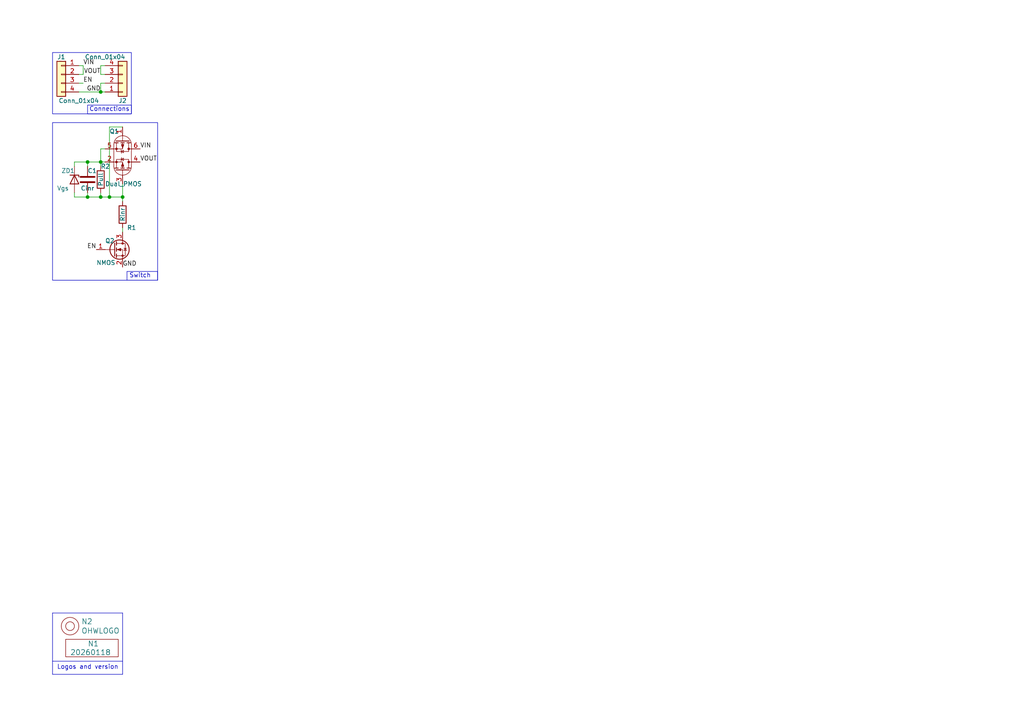
<source format=kicad_sch>
(kicad_sch (version 20250114) (generator "eeschema") (generator_version "9.0")
  (paper "A4")
  (lib_symbols
    (symbol "Connector_Generic:Conn_01x04" (pin_names (offset 1.016) (hide yes))
      (property "Reference" "J" (at 0 5.08 0))
      (property "Value" "Conn_01x04" (at 0 -7.62 0))
      (symbol "Conn_01x04_1_1"
        (rectangle (start -1.27 3.81) (end 1.27 -6.35) (stroke (width 0.254)) (fill (type background)))
        (rectangle (start -1.27 2.667) (end 0 2.413) (stroke (width 0.1524)))
        (rectangle (start -1.27 0.127) (end 0 -0.127) (stroke (width 0.1524)))
        (rectangle (start -1.27 -2.413) (end 0 -2.667) (stroke (width 0.1524)))
        (rectangle (start -1.27 -4.953) (end 0 -5.207) (stroke (width 0.1524)))
        (pin passive line (at -5.08 2.54 0) (length 3.81) (name "Pin_1") (number "1"))
        (pin passive line (at -5.08 0 0) (length 3.81) (name "Pin_2") (number "2"))
        (pin passive line (at -5.08 -2.54 0) (length 3.81) (name "Pin_3") (number "3"))
        (pin passive line (at -5.08 -5.08 0) (length 3.81) (name "Pin_4") (number "4"))
      )
    )
    (symbol "Device:C" (pin_numbers (hide yes)) (pin_names (offset 0.254))
      (property "Reference" "C" (at 0.635 2.54 0))
      (property "Value" "C" (at 0.635 -2.54 0))
      (symbol "C_0_1"
        (polyline (pts (xy -2.032 0.762) (xy 2.032 0.762)) (stroke (width 0.508)))
        (polyline (pts (xy -2.032 -0.762) (xy 2.032 -0.762)) (stroke (width 0.508)))
      )
      (symbol "C_1_1"
        (pin passive line (at 0 3.81 270) (length 2.794) (name "~") (number "1"))
        (pin passive line (at 0 -3.81 90) (length 2.794) (name "~") (number "2"))
      )
    )
    (symbol "Device:D_Zener" (pin_numbers (hide yes)) (pin_names (offset 1.016) (hide yes))
      (property "Reference" "D" (at 0 2.54 0))
      (property "Value" "D_Zener" (at 0 -2.54 0))
      (symbol "D_Zener_0_1"
        (polyline (pts (xy -1.27 -1.27) (xy -1.27 1.27) (xy -0.762 1.27)) (stroke (width 0.254)))
        (polyline (pts (xy 1.27 0) (xy -1.27 0)))
        (polyline (pts (xy 1.27 -1.27) (xy 1.27 1.27) (xy -1.27 0) (xy 1.27 -1.27)) (stroke (width 0.254)))
      )
      (symbol "D_Zener_1_1"
        (pin passive line (at -3.81 0 0) (length 2.54) (name "K") (number "1"))
        (pin passive line (at 3.81 0 180) (length 2.54) (name "A") (number "2"))
      )
    )
    (symbol "Device:R" (pin_numbers (hide yes)) (pin_names (offset 0))
      (property "Reference" "R" (at 2.032 0 90))
      (property "Value" "R" (at 0 0 90))
      (symbol "R_0_1"
        (rectangle (start -1.016 -2.54) (end 1.016 2.54) (stroke (width 0.254)))
      )
      (symbol "R_1_1"
        (pin passive line (at 0 3.81 270) (length 1.27) (name "~") (number "1"))
        (pin passive line (at 0 -3.81 90) (length 1.27) (name "~") (number "2"))
      )
    )
    (symbol "SquantorDevice:Q_PMOS_dual_6pin_SOT23" (pin_names (offset 0) (hide yes))
      (property "Reference" "Q" (at 6.35 2.54 0))
      (property "Value" "Q_PMOS_dual_6pin_Reversable" (at 6.35 -2.54 0))
      (symbol "Q_PMOS_dual_6pin_SOT23_0_1"
        (polyline (pts (xy -3.81 0) (xy -5.08 0)))
        (polyline (pts (xy -3.7592 0) (xy -3.556 0)))
        (polyline (pts (xy -3.556 1.905) (xy -3.556 -1.905) (xy -3.556 -1.905)) (stroke (width 0.254)))
        (polyline (pts (xy -3.048 2.286) (xy -3.048 1.27)) (stroke (width 0.254)))
        (polyline (pts (xy -3.048 1.778) (xy -1.27 1.778)))
        (polyline (pts (xy -3.048 0.508) (xy -3.048 -0.508)) (stroke (width 0.254)))
        (polyline (pts (xy -3.048 0) (xy -1.27 0)))
        (polyline (pts (xy -3.048 -1.27) (xy -3.048 -2.286)) (stroke (width 0.254)))
        (polyline (pts (xy -3.048 -1.778) (xy -1.27 -1.778)))
        (polyline (pts (xy -2.54 2.54) (xy 3.81 2.54)))
        (arc (start -2.54 -2.54) (mid -5.069 0) (end -2.54 2.54))
        (polyline (pts (xy -1.524 0) (xy -2.54 -0.381) (xy -2.54 0.381) (xy -1.524 0)) (fill (type outline)))
        (polyline (pts (xy -1.27 2.54) (xy -1.27 1.778)))
        (circle (center -1.27 1.778) (radius 0.2794) (fill (type outline)))
        (circle (center -1.27 -1.778) (radius 0.2794) (fill (type outline)))
        (polyline (pts (xy -1.27 -1.778) (xy -1.27 0)))
        (polyline (pts (xy -1.27 -1.778) (xy -1.27 -2.54)))
        (polyline (pts (xy -1.27 -1.778) (xy -0.508 -1.778) (xy -0.508 1.778) (xy -1.27 1.778)))
        (polyline (pts (xy -1.016 -0.508) (xy -0.889 -0.381) (xy -0.127 -0.381) (xy 0 -0.254)))
        (polyline (pts (xy -0.508 -0.381) (xy -0.889 0.254) (xy -0.127 0.254) (xy -0.508 -0.381)))
        (polyline (pts (xy 1.778 -0.381) (xy 2.159 0.254) (xy 1.397 0.254) (xy 1.778 -0.381)))
        (polyline (pts (xy 2.286 -0.508) (xy 2.159 -0.381) (xy 1.397 -0.381) (xy 1.27 -0.254)))
        (polyline (pts (xy 2.54 2.54) (xy 2.54 1.778)))
        (circle (center 2.54 1.778) (radius 0.2794) (fill (type outline)))
        (polyline (pts (xy 2.54 -1.778) (xy 2.54 0)))
        (polyline (pts (xy 2.54 -1.778) (xy 2.54 -2.54)))
        (polyline (pts (xy 2.54 -1.778) (xy 1.778 -1.778) (xy 1.778 1.778) (xy 2.54 1.778)))
        (circle (center 2.54 -1.778) (radius 0.2794) (fill (type outline)))
        (polyline (pts (xy 2.794 0) (xy 3.81 -0.381) (xy 3.81 0.381) (xy 2.794 0)) (fill (type outline)))
        (arc (start 3.81 2.54) (mid 6.339 0) (end 3.81 -2.54))
        (polyline (pts (xy 3.81 -2.54) (xy -2.54 -2.54)))
        (polyline (pts (xy 4.318 2.286) (xy 4.318 1.27)) (stroke (width 0.254)))
        (polyline (pts (xy 4.318 1.778) (xy 2.54 1.778)))
        (polyline (pts (xy 4.318 0.508) (xy 4.318 -0.508)) (stroke (width 0.254)))
        (polyline (pts (xy 4.318 0) (xy 2.54 0)))
        (polyline (pts (xy 4.318 -1.27) (xy 4.318 -2.286)) (stroke (width 0.254)))
        (polyline (pts (xy 4.318 -1.778) (xy 2.54 -1.778)))
        (polyline (pts (xy 4.826 1.905) (xy 4.826 -1.905) (xy 4.826 -1.905)) (stroke (width 0.254)))
        (polyline (pts (xy 5.0292 0) (xy 4.826 0)))
        (polyline (pts (xy 6.35 0) (xy 5.08 0)))
      )
      (symbol "Q_PMOS_dual_6pin_SOT23_1_1"
        (pin input line (at -7.62 0 0) (length 2.54) (name "G1") (number "1"))
        (pin passive line (at -1.27 5.08 270) (length 2.54) (name "D1") (number "6"))
        (pin passive line (at -1.27 -5.08 90) (length 2.54) (name "S1") (number "5"))
        (pin passive line (at 2.54 5.08 270) (length 2.54) (name "D2") (number "4"))
        (pin passive line (at 2.54 -5.08 90) (length 2.54) (name "S2") (number "2"))
        (pin input line (at 8.89 0 180) (length 2.54) (name "G2") (number "3"))
      )
    )
    (symbol "SquantorLabels:OHWLOGO" (pin_names (offset 1.016))
      (property "Reference" "N" (at 0 3.81 0))
      (property "Value" "OHWLOGO" (at 0 -3.81 0))
      (symbol "OHWLOGO_0_1"
        (circle (center 0 0) (radius 1.27))
        (circle (center 0 0) (radius 2.54))
      )
    )
    (symbol "SquantorLabels:VYYYYMMDD" (pin_names (offset 1.016))
      (property "Reference" "N" (at 0 2.54 0))
      (property "Value" "VYYYYMMDD" (at 0 0 0))
      (symbol "VYYYYMMDD_0_1"
        (rectangle (start 7.62 -1.27) (end -7.62 3.81))
      )
    )
    (symbol "Transistor_FET:Q_NMOS_GSD" (pin_names (offset 0) (hide yes))
      (property "Reference" "Q" (at 5.08 1.905 0))
      (property "Value" "Q_NMOS_GSD" (at 5.08 0 0))
      (symbol "Q_NMOS_GSD_0_1"
        (polyline (pts (xy 0.254 1.905) (xy 0.254 -1.905)) (stroke (width 0.254)))
        (polyline (pts (xy 0.254 0) (xy -2.54 0)))
        (polyline (pts (xy 0.762 2.286) (xy 0.762 1.27)) (stroke (width 0.254)))
        (polyline (pts (xy 0.762 0.508) (xy 0.762 -0.508)) (stroke (width 0.254)))
        (polyline (pts (xy 0.762 -1.27) (xy 0.762 -2.286)) (stroke (width 0.254)))
        (polyline (pts (xy 0.762 -1.778) (xy 3.302 -1.778) (xy 3.302 1.778) (xy 0.762 1.778)))
        (polyline (pts (xy 1.016 0) (xy 2.032 0.381) (xy 2.032 -0.381) (xy 1.016 0)) (fill (type outline)))
        (circle (center 1.651 0) (radius 2.794) (stroke (width 0.254)))
        (polyline (pts (xy 2.54 2.54) (xy 2.54 1.778)))
        (circle (center 2.54 1.778) (radius 0.254) (fill (type outline)))
        (circle (center 2.54 -1.778) (radius 0.254) (fill (type outline)))
        (polyline (pts (xy 2.54 -2.54) (xy 2.54 0) (xy 0.762 0)))
        (polyline (pts (xy 2.921 0.381) (xy 3.683 0.381)))
        (polyline (pts (xy 3.302 0.381) (xy 2.921 -0.254) (xy 3.683 -0.254) (xy 3.302 0.381)))
      )
      (symbol "Q_NMOS_GSD_1_1"
        (pin input line (at -5.08 0 0) (length 2.54) (name "G") (number "1"))
        (pin passive line (at 2.54 5.08 270) (length 2.54) (name "D") (number "3"))
        (pin passive line (at 2.54 -5.08 90) (length 2.54) (name "S") (number "2"))
      )
    )
  )
  (rectangle (start 36.83 78.74) (end 45.72 81.28))
  (rectangle (start 15.24 35.56) (end 45.72 81.28))
  (rectangle (start 15.24 15.24) (end 38.1 33.02))
  (rectangle (start 25.4 30.48) (end 38.1 33.02))
  (text "Logos and version" (at 16.51 194.31 0) (effects (font (size 1.27 1.27)) (justify left bottom)))
  (text "Connections" (at 31.75 31.75 0) (effects (font (size 1.27 1.27))))
  (text "Switch" (at 40.64 80.01 0) (effects (font (size 1.27 1.27))))
  (junction (at 35.56 57.15))
  (junction (at 25.4 57.15))
  (junction (at 31.75 57.15))
  (junction (at 29.21 26.67))
  (junction (at 29.21 57.15))
  (junction (at 25.4 46.99))
  (junction (at 29.21 46.99))
  (wire (pts (xy 35.56 57.15) (xy 35.56 58.42)))
  (wire (pts (xy 22.86 19.05) (xy 24.13 19.05)))
  (wire (pts (xy 29.21 24.13) (xy 29.21 26.67)))
  (wire (pts (xy 29.21 55.88) (xy 29.21 57.15)))
  (wire (pts (xy 22.86 21.59) (xy 24.13 21.59)))
  (polyline (pts (xy 15.24 177.8) (xy 15.24 195.58)))
  (wire (pts (xy 31.75 36.83) (xy 31.75 57.15)))
  (polyline (pts (xy 35.56 177.8) (xy 15.24 177.8)))
  (wire (pts (xy 35.56 53.34) (xy 35.56 57.15)))
  (wire (pts (xy 22.86 26.67) (xy 29.21 26.67)))
  (wire (pts (xy 21.59 46.99) (xy 25.4 46.99)))
  (wire (pts (xy 22.86 24.13) (xy 24.13 24.13)))
  (wire (pts (xy 21.59 57.15) (xy 25.4 57.15)))
  (wire (pts (xy 29.21 26.67) (xy 30.48 26.67)))
  (wire (pts (xy 29.21 46.99) (xy 25.4 46.99)))
  (wire (pts (xy 29.21 46.99) (xy 30.48 46.99)))
  (wire (pts (xy 24.13 21.59) (xy 24.13 19.05)))
  (wire (pts (xy 30.48 43.18) (xy 29.21 43.18)))
  (wire (pts (xy 30.48 24.13) (xy 29.21 24.13)))
  (wire (pts (xy 31.75 57.15) (xy 35.56 57.15)))
  (wire (pts (xy 21.59 48.26) (xy 21.59 46.99)))
  (wire (pts (xy 35.56 66.04) (xy 35.56 67.31)))
  (wire (pts (xy 35.56 36.83) (xy 31.75 36.83)))
  (wire (pts (xy 29.21 43.18) (xy 29.21 46.99)))
  (wire (pts (xy 21.59 55.88) (xy 21.59 57.15)))
  (polyline (pts (xy 35.56 195.58) (xy 35.56 177.8)))
  (polyline (pts (xy 15.24 195.58) (xy 35.56 195.58)))
  (wire (pts (xy 29.21 19.05) (xy 29.21 21.59)))
  (wire (pts (xy 29.21 19.05) (xy 30.48 19.05)))
  (wire (pts (xy 29.21 21.59) (xy 30.48 21.59)))
  (wire (pts (xy 29.21 46.99) (xy 29.21 48.26)))
  (wire (pts (xy 29.21 57.15) (xy 31.75 57.15)))
  (polyline (pts (xy 15.24 191.77) (xy 35.56 191.77)))
  (wire (pts (xy 25.4 57.15) (xy 29.21 57.15)))
  (wire (pts (xy 25.4 46.99) (xy 25.4 48.26)))
  (wire (pts (xy 25.4 55.88) (xy 25.4 57.15)))
  (label "VIN" (at 40.64 43.18 0))
  (label "EN" (at 27.94 72.39 180))
  (label "VIN" (at 24.13 19.05 0))
  (label "EN" (at 24.13 24.13 0))
  (label "VOUT" (at 29.21 21.59 180))
  (label "VOUT" (at 40.64 46.99 0))
  (label "GND" (at 35.56 77.47 0))
  (label "GND" (at 29.21 26.67 180))
  (symbol (lib_id "SquantorLabels:VYYYYMMDD") (at 26.67 189.23 0) (unit 1)
    (property "Reference" "N1" (at 25.4 186.69 0) (effects (font (size 1.524 1.524)) (justify left)))
    (property "Value" "20260118" (at 20.32 189.23 0) (effects (font (size 1.524 1.524)) (justify left)))
    (property "Footprint" "SquantorLabels:Label_Generic" (effects (hide yes)))
  )
  (symbol (lib_id "SquantorLabels:OHWLOGO") (at 20.32 181.61 0) (unit 1)
    (property "Reference" "N2" (at 23.5712 180.2638 0) (effects (font (size 1.524 1.524)) (justify left)))
    (property "Value" "OHWLOGO" (at 23.5712 182.9562 0) (effects (font (size 1.524 1.524)) (justify left)))
    (property "Footprint" "Symbol:OSHW-Symbol_6.7x6mm_SilkScreen" (effects (hide yes)))
  )
  (symbol (lib_id "SquantorDevice:Q_PMOS_dual_6pin_SOT23") (at 35.56 44.45 270) (unit 1)
    (property "Reference" "Q1" (at 31.75 38.1 90) (effects (justify left)))
    (property "Value" "Dual_PMOS" (at 30.48 53.34 90) (effects (justify left)))
    (property "Footprint" "SquantorIC:SOT23-6-HAND" (effects (hide yes)))
    (property "Description" "Transistor P-MOSFET with substrate diode (general)" (effects (hide yes)))
  )
  (symbol (lib_id "Device:R") (at 35.56 62.23 0) (unit 1)
    (property "Reference" "R1" (at 36.83 66.04 0) (effects (justify left)))
    (property "Value" "Rinr" (at 35.56 62.23 90))
    (property "Footprint" "SquantorResistor:R_0603_hand" (effects (hide yes)))
    (property "Description" "Resistor" (effects (hide yes)))
  )
  (symbol (lib_id "Device:C") (at 25.4 52.07 0) (unit 1)
    (property "Reference" "C1" (at 25.4 49.53 0) (effects (justify left)))
    (property "Value" "Cinr" (at 25.4 54.61 0))
    (property "Footprint" "SquantorCapacitor:C_0603" (effects (hide yes)))
    (property "Description" "Unpolarized capacitor" (effects (hide yes)))
  )
  (symbol (lib_id "Device:R") (at 29.21 52.07 0) (unit 1)
    (property "Reference" "R2" (at 29.21 48.26 0) (effects (justify left)))
    (property "Value" "Pull" (at 29.21 52.07 90))
    (property "Footprint" "SquantorResistor:R_0603_hand" (effects (hide yes)))
    (property "Description" "Resistor" (effects (hide yes)))
  )
  (symbol (lib_id "Connector_Generic:Conn_01x04") (at 35.56 24.13 0) (mirror x) (unit 1)
    (property "Reference" "J2" (at 35.56 29.21 0))
    (property "Value" "Conn_01x04" (at 30.48 16.51 0))
    (property "Footprint" "SquantorConnectors:Header-0254-1X04-H010" (effects (hide yes)))
    (property "Description" "Generic connector, single row, 01x04, script generated (kicad-library-utils/schlib/autogen/connector/)" (effects (hide yes)))
  )
  (symbol (lib_id "Device:D_Zener") (at 21.59 52.07 270) (unit 1)
    (property "Reference" "ZD1" (at 17.78 49.53 90) (effects (justify left)))
    (property "Value" "Vgs" (at 16.51 54.61 90) (effects (justify left)))
    (property "Footprint" "SquantorDiodes:SOD-323-nexperia-hand" (effects (hide yes)))
    (property "Description" "Zener diode" (effects (hide yes)))
  )
  (symbol (lib_id "Transistor_FET:Q_NMOS_GSD") (at 33.02 72.39 0) (unit 1)
    (property "Reference" "Q2" (at 30.48 69.85 0) (effects (justify left)))
    (property "Value" "NMOS" (at 27.94 76.2 0) (effects (justify left)))
    (property "Footprint" "SquantorIC:SOT23-3" (effects (hide yes)))
    (property "Description" "N-MOSFET transistor, gate/source/drain" (effects (hide yes)))
  )
  (symbol (lib_id "Connector_Generic:Conn_01x04") (at 17.78 21.59 0) (mirror y) (unit 1)
    (property "Reference" "J1" (at 17.78 16.51 0))
    (property "Value" "Conn_01x04" (at 22.86 29.21 0))
    (property "Footprint" "SquantorConnectors:Header-0254-1X04-H010" (effects (hide yes)))
    (property "Description" "Generic connector, single row, 01x04, script generated (kicad-library-utils/schlib/autogen/connector/)" (effects (hide yes)))
  )
)
</source>
